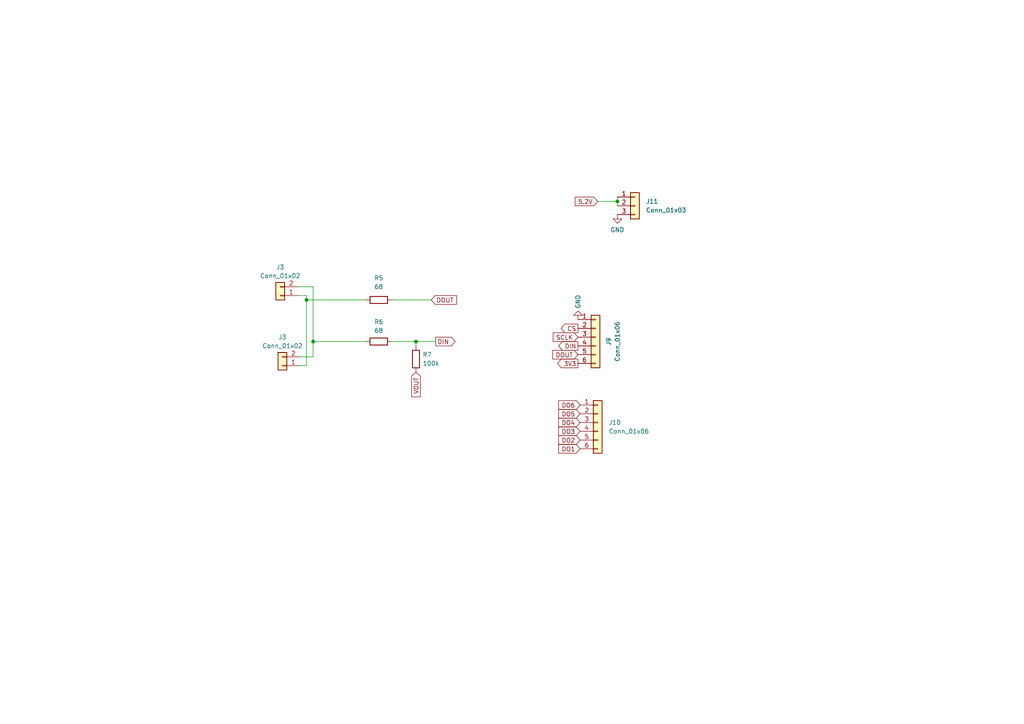
<source format=kicad_sch>
(kicad_sch (version 20230121) (generator eeschema)
  (paper "A4")
  (lib_symbols
    (symbol "Connector_Generic:Conn_01x02" (pin_names (offset 1.016) hide)
      (property "Reference" "J" (at 0 2.54 0))
      (property "Value" "Conn_01x02" (at 0 -5.08 0))
      (symbol "Conn_01x02_1_1"
        (rectangle (start -1.27 -2.413) (end 0 -2.667) (stroke (width 0.1524)))
        (rectangle (start -1.27 0.127) (end 0 -0.127) (stroke (width 0.1524)))
        (rectangle (start -1.27 1.27) (end 1.27 -3.81) (stroke (width 0.254)) (fill (type background)))
        (pin passive line (at -5.08 0 0) (length 3.81) (name "Pin_1") (number "1"))
        (pin passive line (at -5.08 -2.54 0) (length 3.81) (name "Pin_2") (number "2"))
      )
    )
    (symbol "Connector_Generic:Conn_01x03" (pin_names (offset 1.016) hide)
      (property "Reference" "J" (at 0 5.08 0))
      (property "Value" "Conn_01x03" (at 0 -5.08 0))
      (symbol "Conn_01x03_1_1"
        (rectangle (start -1.27 -2.413) (end 0 -2.667) (stroke (width 0.1524)))
        (rectangle (start -1.27 0.127) (end 0 -0.127) (stroke (width 0.1524)))
        (rectangle (start -1.27 2.667) (end 0 2.413) (stroke (width 0.1524)))
        (rectangle (start -1.27 3.81) (end 1.27 -3.81) (stroke (width 0.254)) (fill (type background)))
        (pin passive line (at -5.08 2.54 0) (length 3.81) (name "Pin_1") (number "1"))
        (pin passive line (at -5.08 0 0) (length 3.81) (name "Pin_2") (number "2"))
        (pin passive line (at -5.08 -2.54 0) (length 3.81) (name "Pin_3") (number "3"))
      )
    )
    (symbol "Connector_Generic:Conn_01x06" (pin_names (offset 1.016) hide)
      (property "Reference" "J" (at 0 7.62 0))
      (property "Value" "Conn_01x06" (at 0 -10.16 0))
      (symbol "Conn_01x06_1_1"
        (rectangle (start -1.27 -7.493) (end 0 -7.747) (stroke (width 0.1524)))
        (rectangle (start -1.27 -4.953) (end 0 -5.207) (stroke (width 0.1524)))
        (rectangle (start -1.27 -2.413) (end 0 -2.667) (stroke (width 0.1524)))
        (rectangle (start -1.27 0.127) (end 0 -0.127) (stroke (width 0.1524)))
        (rectangle (start -1.27 2.667) (end 0 2.413) (stroke (width 0.1524)))
        (rectangle (start -1.27 5.207) (end 0 4.953) (stroke (width 0.1524)))
        (rectangle (start -1.27 6.35) (end 1.27 -8.89) (stroke (width 0.254)) (fill (type background)))
        (pin passive line (at -5.08 5.08 0) (length 3.81) (name "Pin_1") (number "1"))
        (pin passive line (at -5.08 2.54 0) (length 3.81) (name "Pin_2") (number "2"))
        (pin passive line (at -5.08 0 0) (length 3.81) (name "Pin_3") (number "3"))
        (pin passive line (at -5.08 -2.54 0) (length 3.81) (name "Pin_4") (number "4"))
        (pin passive line (at -5.08 -5.08 0) (length 3.81) (name "Pin_5") (number "5"))
        (pin passive line (at -5.08 -7.62 0) (length 3.81) (name "Pin_6") (number "6"))
      )
    )
    (symbol "Device:R" (pin_numbers hide) (pin_names (offset 0))
      (property "Reference" "R" (at 2.032 0 90))
      (property "Value" "R" (at 0 0 90))
      (symbol "R_0_1"
        (rectangle (start -1.016 -2.54) (end 1.016 2.54) (stroke (width 0.254)))
      )
      (symbol "R_1_1"
        (pin passive line (at 0 3.81 270) (length 1.27) (name "~") (number "1"))
        (pin passive line (at 0 -3.81 90) (length 1.27) (name "~") (number "2"))
      )
    )
    (symbol "power:GND" (power) (pin_names (offset 0))
      (property "Value" "GND" (at 0 -3.81 0))
      (symbol "GND_0_1"
        (polyline (pts (xy 0 0) (xy 0 -1.27) (xy 1.27 -1.27) (xy 0 -2.54) (xy -1.27 -1.27) (xy 0 -1.27)))
      )
      (symbol "GND_1_1"
        (pin power_in line (at 0 0 270) (length 0) hide (name "GND") (number "1"))
      )
    )
  )
  (junction (at 90.805 99.06))
  (junction (at 120.65 99.06))
  (junction (at 88.9 86.995))
  (junction (at 179.07 58.42))
  (wire (pts (xy 88.9 86.995) (xy 106.045 86.995)))
  (wire (pts (xy 86.36 85.725) (xy 88.9 85.725)))
  (wire (pts (xy 90.805 99.06) (xy 90.805 103.505)))
  (wire (pts (xy 179.07 58.42) (xy 179.07 59.69)))
  (wire (pts (xy 120.65 99.06) (xy 120.65 100.33)))
  (wire (pts (xy 179.07 57.15) (xy 179.07 58.42)))
  (wire (pts (xy 88.9 86.995) (xy 88.9 106.045)))
  (wire (pts (xy 86.36 83.185) (xy 90.805 83.185)))
  (wire (pts (xy 88.9 85.725) (xy 88.9 86.995)))
  (wire (pts (xy 173.355 58.42) (xy 179.07 58.42)))
  (wire (pts (xy 88.9 106.045) (xy 86.995 106.045)))
  (wire (pts (xy 120.65 99.06) (xy 126.365 99.06)))
  (wire (pts (xy 86.995 103.505) (xy 90.805 103.505)))
  (wire (pts (xy 90.805 83.185) (xy 90.805 99.06)))
  (wire (pts (xy 113.665 99.06) (xy 120.65 99.06)))
  (wire (pts (xy 113.665 86.995) (xy 125.095 86.995)))
  (wire (pts (xy 106.045 99.06) (xy 90.805 99.06)))
  (global_label "DO5" (shape input) (at 168.275 120.015 180) (property "Intersheetrefs" "${INTERSHEET_REFS}" (effects hide)))
  (global_label "SCLK" (shape input) (at 167.64 97.79 180) (property "Intersheetrefs" "${INTERSHEET_REFS}" (effects hide)))
  (global_label "DOUT" (shape input) (at 167.64 102.87 180) (property "Intersheetrefs" "${INTERSHEET_REFS}" (effects hide)))
  (global_label "DO1" (shape input) (at 168.275 130.175 180) (property "Intersheetrefs" "${INTERSHEET_REFS}" (effects hide)))
  (global_label "CS" (shape output) (at 167.64 95.25 180) (property "Intersheetrefs" "${INTERSHEET_REFS}" (effects hide)))
  (global_label "DO2" (shape input) (at 168.275 127.635 180) (property "Intersheetrefs" "${INTERSHEET_REFS}" (effects hide)))
  (global_label "DIN" (shape output) (at 126.365 99.06 0) (property "Intersheetrefs" "${INTERSHEET_REFS}" (effects hide)))
  (global_label "DOUT" (shape input) (at 125.095 86.995 0) (property "Intersheetrefs" "${INTERSHEET_REFS}" (effects hide)))
  (global_label "DO3" (shape input) (at 168.275 125.095 180) (property "Intersheetrefs" "${INTERSHEET_REFS}" (effects hide)))
  (global_label "DO4" (shape input) (at 168.275 122.555 180) (property "Intersheetrefs" "${INTERSHEET_REFS}" (effects hide)))
  (global_label "DO6" (shape input) (at 168.275 117.475 180) (property "Intersheetrefs" "${INTERSHEET_REFS}" (effects hide)))
  (global_label "DIN" (shape output) (at 167.64 100.33 180) (property "Intersheetrefs" "${INTERSHEET_REFS}" (effects hide)))
  (global_label "5.2V" (shape input) (at 173.355 58.42 180) (property "Intersheetrefs" "${INTERSHEET_REFS}" (effects hide)))
  (global_label "3V3" (shape output) (at 167.64 105.41 180) (property "Intersheetrefs" "${INTERSHEET_REFS}" (effects hide)))
  (global_label "VOUT" (shape input) (at 120.65 107.95 270) (property "Intersheetrefs" "${INTERSHEET_REFS}" (effects hide)))
  (symbol (lib_id "Device:R") (at 109.855 99.06 270) (unit 1)
    (property "Reference" "R6" (at 109.855 93.345 90))
    (property "Value" "68" (at 109.855 95.885 90))
    (property "Footprint" "Resistor_SMD:R_0603_1608Metric" (effects hide))
    (instances (project "mainbox1.0" (path "" (reference "R6") (unit 1))) (project "Mainboard_priv" (path "" (reference "R4") (unit 1))))
  )
  (symbol (lib_id "Connector_Generic:Conn_01x03") (at 184.15 59.69 0) (unit 1)
    (property "Reference" "J11" (at 187.325 58.42 0) (effects (justify left)))
    (property "Value" "Conn_01x03" (at 187.325 60.96 0) (effects (justify left)))
    (property "Footprint" "Connector_PinHeader_2.54mm:PinHeader_1x03_P2.54mm_Vertical" (effects hide))
    (instances (project "mainbox1.0" (path "" (reference "J11") (unit 1))) (project "Mainboard_priv" (path "" (reference "J2") (unit 1))))
  )
  (symbol (lib_id "Connector_Generic:Conn_01x06") (at 172.72 97.79 0) (unit 1)
    (property "Reference" "J9" (at 176.53 99.06 90))
    (property "Value" "Conn_01x06" (at 179.07 99.06 90))
    (property "Footprint" "Connector_PinHeader_2.54mm:PinHeader_1x06_P2.54mm_Vertical" (effects hide))
    (instances (project "mainbox1.0" (path "" (reference "J9") (unit 1))) (project "Mainboard_priv" (path "" (reference "J11") (unit 1)) (path "" (reference "J3") (unit 1))))
  )
  (symbol (lib_id "power:GND") (at 179.07 62.23 0) (unit 1)
    (property "Reference" "#PWR057" (effects hide))
    (property "Value" "GND" (at 179.07 66.675 0))
    (instances (project "mainbox1.0" (path "" (reference "#PWR057") (unit 1))) (project "Mainboard_priv" (path "" (reference "#PWR013") (unit 1))))
  )
  (symbol (lib_id "Connector_Generic:Conn_01x02") (at 81.915 106.045 180) (unit 1)
    (property "Reference" "J3" (at 81.915 97.79 0))
    (property "Value" "Conn_01x02" (at 81.915 100.33 0))
    (property "Footprint" "Connector_PinHeader_2.54mm:PinHeader_1x02_P2.54mm_Vertical" (effects hide))
    (instances (project "Radio Module" (path "" (reference "J3") (unit 1))) (project "mainbox1.0" (path "" (reference "J8") (unit 1))) (project "mainbox" (path "" (reference "J5") (unit 1))) (project "Mainboard_priv" (path "" (reference "J8") (unit 1))))
  )
  (symbol (lib_id "power:GND") (at 167.64 92.71 180) (unit 1)
    (property "Reference" "#PWR056" (effects hide))
    (property "Value" "GND" (at 167.64 89.535 90) (effects (justify right)))
    (instances (project "mainbox1.0" (path "" (reference "#PWR056") (unit 1))) (project "Mainboard_priv" (path "" (reference "#PWR045") (unit 1)) (path "" (reference "#PWR01") (unit 1))))
  )
  (symbol (lib_id "Device:R") (at 120.65 104.14 0) (unit 1)
    (property "Reference" "R7" (at 122.555 102.87 0) (effects (justify left)))
    (property "Value" "100k" (at 122.555 105.41 0) (effects (justify left)))
    (property "Footprint" "Resistor_SMD:R_0603_1608Metric" (effects hide))
    (instances (project "mainbox1.0" (path "" (reference "R7") (unit 1))) (project "Mainboard_priv" (path "" (reference "R3") (unit 1))))
  )
  (symbol (lib_id "Connector_Generic:Conn_01x06") (at 173.355 122.555 0) (unit 1)
    (property "Reference" "J10" (at 176.53 122.555 0) (effects (justify left)))
    (property "Value" "Conn_01x06" (at 176.53 125.095 0) (effects (justify left)))
    (property "Footprint" "Connector_PinHeader_2.54mm:PinHeader_1x06_P2.54mm_Vertical" (effects hide))
    (instances (project "mainbox1.0" (path "" (reference "J10") (unit 1))) (project "Mainboard_priv" (path "" (reference "J5") (unit 1)) (path "" (reference "J6") (unit 1))))
  )
  (symbol (lib_id "Connector_Generic:Conn_01x02") (at 81.28 85.725 180) (unit 1)
    (property "Reference" "J3" (at 81.28 77.47 0))
    (property "Value" "Conn_01x02" (at 81.28 80.01 0))
    (property "Footprint" "Connector_PinHeader_2.54mm:PinHeader_1x02_P2.54mm_Vertical" (effects hide))
    (instances (project "Radio Module" (path "" (reference "J3") (unit 1))) (project "mainbox1.0" (path "" (reference "J7") (unit 1))) (project "mainbox" (path "" (reference "J5") (unit 1))) (project "Mainboard_priv" (path "" (reference "J7") (unit 1))))
  )
  (symbol (lib_id "Device:R") (at 109.855 86.995 90) (unit 1)
    (property "Reference" "R5" (at 109.855 80.645 90))
    (property "Value" "68" (at 109.855 83.185 90))
    (property "Footprint" "Resistor_SMD:R_0603_1608Metric" (effects hide))
    (instances (project "mainbox1.0" (path "" (reference "R5") (unit 1))) (project "Mainboard_priv" (path "" (reference "R1") (unit 1))))
  )
)
</source>
